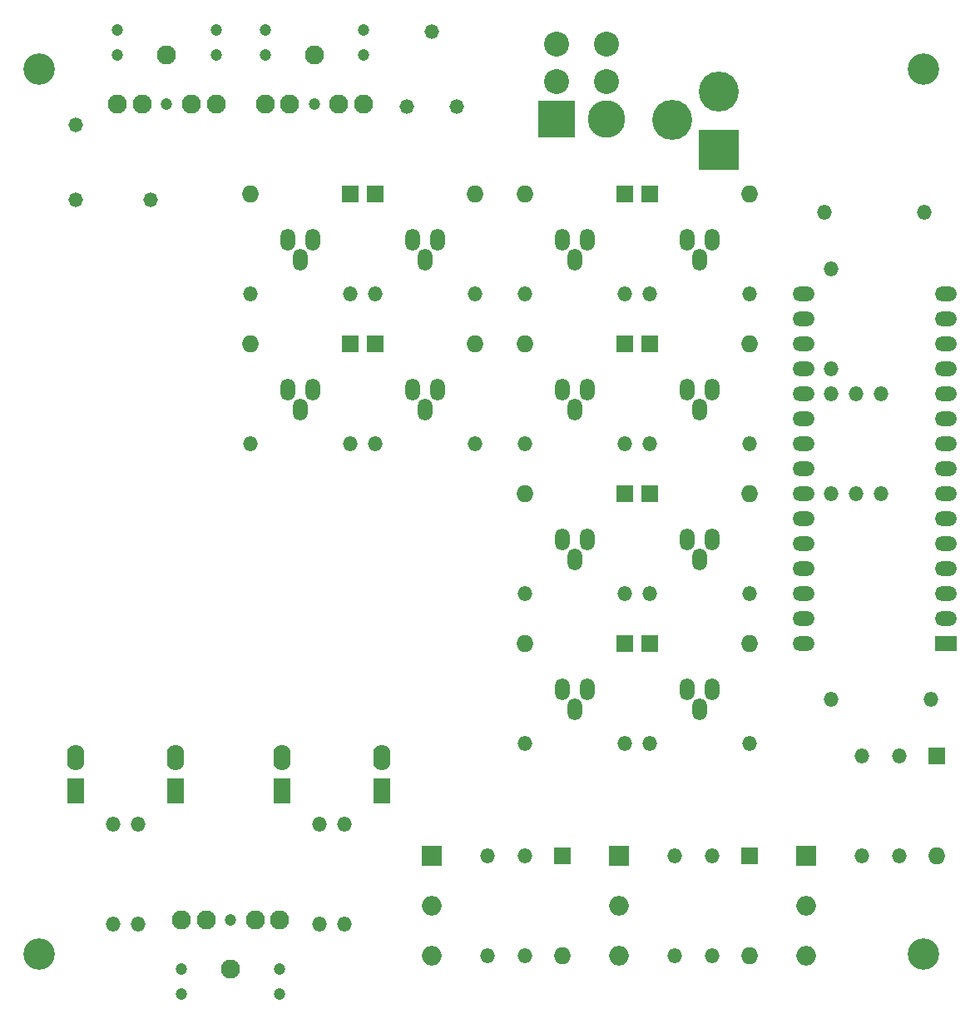
<source format=gbs>
G04 (created by PCBNEW (2013-07-07 BZR 4022)-stable) date Mon 16 Nov 2020 10:05:41 PM CST*
%MOIN*%
G04 Gerber Fmt 3.4, Leading zero omitted, Abs format*
%FSLAX34Y34*%
G01*
G70*
G90*
G04 APERTURE LIST*
%ADD10C,0.00590551*%
%ADD11R,0.069X0.069*%
%ADD12O,0.069X0.069*%
%ADD13O,0.059X0.0885*%
%ADD14C,0.0767717*%
%ADD15C,0.0472441*%
%ADD16O,0.059X0.059*%
%ADD17R,0.069X0.1035*%
%ADD18O,0.069X0.1035*%
%ADD19R,0.0885X0.059*%
%ADD20O,0.0885X0.059*%
%ADD21C,0.125984*%
%ADD22R,0.0787402X0.0787402*%
%ADD23O,0.0787402X0.0787402*%
%ADD24R,0.16X0.16*%
%ADD25C,0.16*%
%ADD26R,0.15X0.15*%
%ADD27C,0.15*%
%ADD28C,0.1*%
%ADD29O,0.058X0.058*%
G04 APERTURE END LIST*
G54D10*
G54D11*
X58000Y-92500D03*
G54D12*
X58000Y-96500D03*
G54D13*
X45500Y-67852D03*
X45000Y-68647D03*
X44500Y-67852D03*
X56500Y-85852D03*
X56000Y-86647D03*
X55500Y-85852D03*
X56500Y-73852D03*
X56000Y-74647D03*
X55500Y-73852D03*
X56500Y-79852D03*
X56000Y-80647D03*
X55500Y-79852D03*
X56500Y-67852D03*
X56000Y-68647D03*
X55500Y-67852D03*
X45500Y-73852D03*
X45000Y-74647D03*
X44500Y-73852D03*
G54D14*
X37204Y-97047D03*
X36220Y-95078D03*
X38188Y-95078D03*
X35236Y-95078D03*
X39173Y-95078D03*
G54D15*
X35236Y-97047D03*
X35236Y-98031D03*
X37204Y-95078D03*
X39173Y-97047D03*
X39173Y-98031D03*
G54D16*
X54000Y-76000D03*
X58000Y-76000D03*
X42000Y-70000D03*
X38000Y-70000D03*
X53000Y-76000D03*
X49000Y-76000D03*
X53000Y-82000D03*
X49000Y-82000D03*
X43000Y-70000D03*
X47000Y-70000D03*
X43000Y-76000D03*
X47000Y-76000D03*
X54000Y-82000D03*
X58000Y-82000D03*
X53000Y-88000D03*
X49000Y-88000D03*
X54000Y-88000D03*
X58000Y-88000D03*
X53000Y-70000D03*
X49000Y-70000D03*
X54000Y-70000D03*
X58000Y-70000D03*
X42000Y-76000D03*
X38000Y-76000D03*
X49000Y-96500D03*
X49000Y-92500D03*
X56500Y-96500D03*
X56500Y-92500D03*
X64000Y-92500D03*
X64000Y-88500D03*
X40750Y-95250D03*
X40750Y-91250D03*
X41750Y-95250D03*
X41750Y-91250D03*
X33500Y-95250D03*
X33500Y-91250D03*
X32500Y-95250D03*
X32500Y-91250D03*
G54D17*
X35000Y-89922D03*
G54D18*
X35000Y-88577D03*
G54D17*
X39250Y-89922D03*
G54D18*
X39250Y-88577D03*
G54D17*
X43250Y-89922D03*
G54D18*
X43250Y-88577D03*
G54D17*
X31000Y-89922D03*
G54D18*
X31000Y-88577D03*
G54D11*
X65500Y-88500D03*
G54D12*
X65500Y-92500D03*
G54D11*
X50500Y-92500D03*
G54D12*
X50500Y-96500D03*
G54D11*
X42000Y-72000D03*
G54D12*
X38000Y-72000D03*
G54D11*
X43000Y-72000D03*
G54D12*
X47000Y-72000D03*
G54D11*
X54000Y-66000D03*
G54D12*
X58000Y-66000D03*
G54D11*
X53000Y-66000D03*
G54D12*
X49000Y-66000D03*
G54D11*
X43000Y-66000D03*
G54D12*
X47000Y-66000D03*
G54D11*
X42000Y-66000D03*
G54D12*
X38000Y-66000D03*
G54D11*
X53000Y-84000D03*
G54D12*
X49000Y-84000D03*
G54D11*
X54000Y-84000D03*
G54D12*
X58000Y-84000D03*
G54D11*
X54000Y-72000D03*
G54D12*
X58000Y-72000D03*
G54D11*
X53000Y-72000D03*
G54D12*
X49000Y-72000D03*
G54D11*
X53000Y-78000D03*
G54D12*
X49000Y-78000D03*
G54D11*
X54000Y-78000D03*
G54D12*
X58000Y-78000D03*
G54D19*
X65852Y-84000D03*
G54D20*
X65852Y-83000D03*
X65852Y-82000D03*
X65852Y-81000D03*
X60147Y-79000D03*
X60147Y-80000D03*
X60147Y-81000D03*
X65852Y-80000D03*
X65852Y-79000D03*
X65852Y-78000D03*
X60147Y-78000D03*
X60147Y-77000D03*
X60147Y-76000D03*
X65852Y-77000D03*
X65852Y-76000D03*
X65852Y-75000D03*
X65852Y-74000D03*
X65852Y-73000D03*
X65852Y-72000D03*
X65852Y-71000D03*
X60147Y-75000D03*
X60147Y-74000D03*
X60147Y-73000D03*
X60147Y-72000D03*
X60147Y-71000D03*
X60147Y-70000D03*
X65852Y-70000D03*
X60147Y-82000D03*
X60147Y-83000D03*
X60147Y-84000D03*
G54D21*
X29527Y-61023D03*
X64960Y-61023D03*
X64960Y-96456D03*
X29527Y-96456D03*
G54D22*
X60250Y-92500D03*
G54D23*
X60250Y-94500D03*
X60250Y-96500D03*
G54D22*
X52750Y-92500D03*
G54D23*
X52750Y-94500D03*
X52750Y-96500D03*
G54D22*
X45250Y-92500D03*
G54D23*
X45250Y-94500D03*
X45250Y-96500D03*
G54D24*
X56750Y-64250D03*
G54D25*
X56750Y-61900D03*
X54900Y-63050D03*
G54D26*
X50250Y-63000D03*
G54D27*
X52250Y-63000D03*
G54D28*
X50250Y-61500D03*
X52250Y-61500D03*
X52250Y-60000D03*
X50250Y-60000D03*
G54D16*
X47500Y-92500D03*
X47500Y-96500D03*
X55000Y-92500D03*
X55000Y-96500D03*
X62500Y-88500D03*
X62500Y-92500D03*
G54D14*
X34645Y-60433D03*
X35629Y-62401D03*
X33661Y-62401D03*
X36614Y-62401D03*
X32677Y-62401D03*
G54D15*
X36614Y-60433D03*
X36614Y-59448D03*
X34645Y-62401D03*
X32677Y-60433D03*
X32677Y-59448D03*
G54D14*
X40551Y-60433D03*
X41535Y-62401D03*
X39566Y-62401D03*
X42519Y-62401D03*
X38582Y-62401D03*
G54D15*
X42519Y-60433D03*
X42519Y-59448D03*
X40551Y-62401D03*
X38582Y-60433D03*
X38582Y-59448D03*
G54D29*
X45250Y-59500D03*
X46250Y-62500D03*
X44250Y-62500D03*
X31000Y-66250D03*
X34000Y-66250D03*
X31000Y-63250D03*
G54D16*
X61250Y-69000D03*
X61250Y-73000D03*
X61000Y-66750D03*
X65000Y-66750D03*
X62250Y-74000D03*
X62250Y-78000D03*
X63250Y-78000D03*
X63250Y-74000D03*
X61250Y-74000D03*
X61250Y-78000D03*
G54D13*
X40500Y-67852D03*
X40000Y-68647D03*
X39500Y-67852D03*
X51500Y-67852D03*
X51000Y-68647D03*
X50500Y-67852D03*
X40500Y-73852D03*
X40000Y-74647D03*
X39500Y-73852D03*
X51500Y-73852D03*
X51000Y-74647D03*
X50500Y-73852D03*
X51500Y-79852D03*
X51000Y-80647D03*
X50500Y-79852D03*
X51500Y-85852D03*
X51000Y-86647D03*
X50500Y-85852D03*
G54D16*
X61250Y-86250D03*
X65250Y-86250D03*
M02*

</source>
